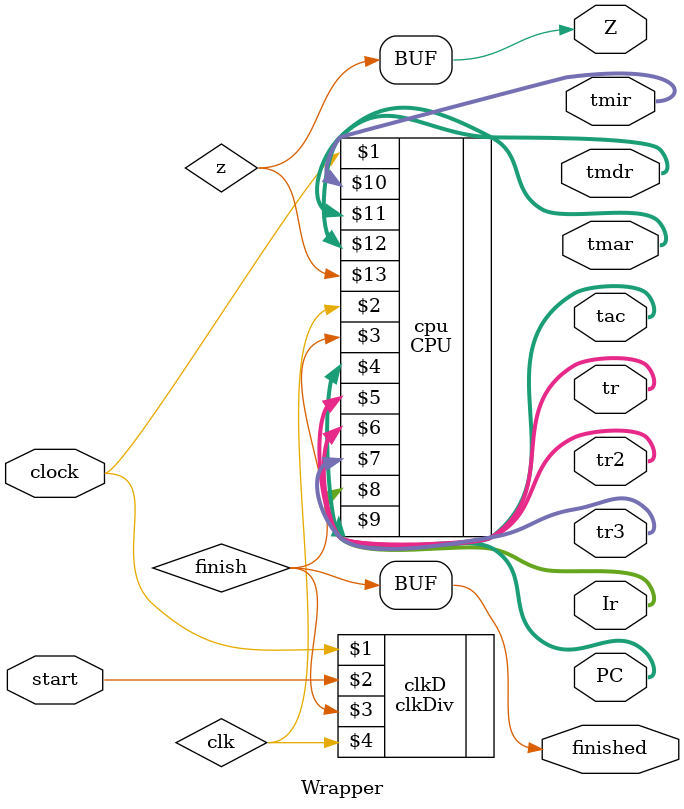
<source format=v>
`timescale 1ns / 1ps
module Wrapper(clock,finished,start,tac,tr,tr2,tr3,Ir,PC,tmir,tmdr,tmar,Z);
	
	output finished;
	input clock;
	input start;
	
	output [15:0]tac;
	output [15:0]tr;
	output [15:0]tr2;
	output [15:0]tr3;
	output [7:0]Ir;
	output [8:0]PC;
	output [28:0]tmir;
	output [7:0]tmdr;
	output [15:0]tmar;
	output Z;
	
	wire finish;
	wire clk;
	wire z;

	assign finished=finish;
	assign Z=z;
	
	clkDiv clkD(clock,start,finish,clk);
	CPU cpu(clock,clk,finish,tac,tr,tr2,tr3,Ir,PC,tmir,tmdr,tmar,z);
	

endmodule

</source>
